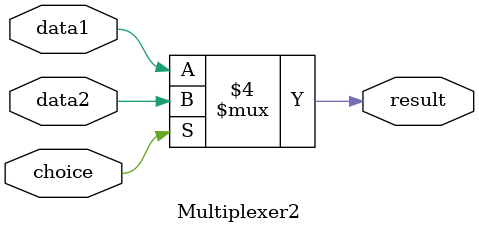
<source format=v>
`timescale 1ns / 1ps


module Multiplexer2(
	input data1,
	input data2,
	input choice,
	output result
	);

	always @(data1 or data2) begin
		if (choice==0)
			result <= data1;
		else
			result <= data2;
	end
endmodule

</source>
